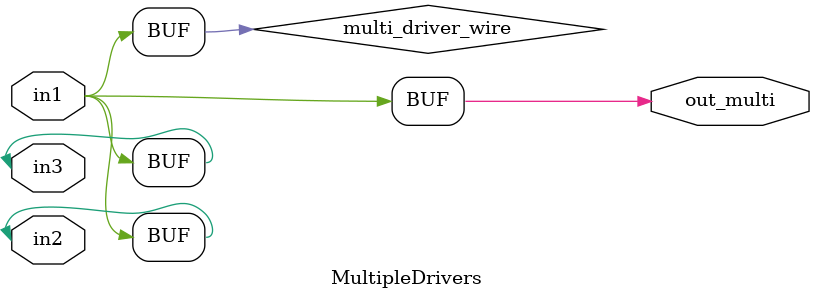
<source format=sv>
module MultipleDrivers (
    input wire in1,
    input wire in2,
    input wire in3,
    output wire out_multi
);
    wire multi_driver_wire;
    assign multi_driver_wire = in1;
    assign multi_driver_wire = in2;
    assign multi_driver_wire = in3;
    assign out_multi = multi_driver_wire;
endmodule


</source>
